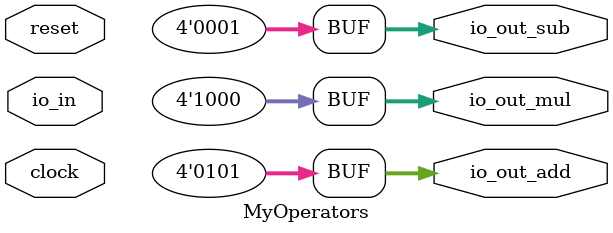
<source format=sv>
module MyOperators(	// src/main/scala/comb_logic_example.scala:27:9
  input        clock,	// src/main/scala/comb_logic_example.scala:27:9
               reset,	// src/main/scala/comb_logic_example.scala:27:9
  input  [3:0] io_in,	// src/main/scala/comb_logic_example.scala:28:16
  output [3:0] io_out_add,	// src/main/scala/comb_logic_example.scala:28:16
               io_out_sub,	// src/main/scala/comb_logic_example.scala:28:16
               io_out_mul	// src/main/scala/comb_logic_example.scala:28:16
);

  assign io_out_add = 4'h5;	// src/main/scala/comb_logic_example.scala:27:9, :35:16
  assign io_out_sub = 4'h1;	// src/main/scala/comb_logic_example.scala:27:9, :36:16
  assign io_out_mul = 4'h8;	// src/main/scala/comb_logic_example.scala:27:9, :37:16
endmodule


// ----- 8< ----- FILE "verification/layers-MyOperators-Verification.sv" ----- 8< -----

// Generated by CIRCT firtool-1.128.0
`ifndef layers_MyOperators_Verification	// src/main/scala/comb_logic_example.scala:27:9
  `define layers_MyOperators_Verification
`endif // not def layers_MyOperators_Verification

// ----- 8< ----- FILE "verification/assert/layers-MyOperators-Verification-Assert.sv" ----- 8< -----

// Generated by CIRCT firtool-1.128.0
`ifndef layers_MyOperators_Verification_Assert	// src/main/scala/comb_logic_example.scala:27:9
  `define layers_MyOperators_Verification_Assert
  `include "layers-MyOperators-Verification.sv"	// src/main/scala/comb_logic_example.scala:27:9
`endif // not def layers_MyOperators_Verification_Assert

// ----- 8< ----- FILE "verification/assume/layers-MyOperators-Verification-Assume.sv" ----- 8< -----

// Generated by CIRCT firtool-1.128.0
`ifndef layers_MyOperators_Verification_Assume	// src/main/scala/comb_logic_example.scala:27:9
  `define layers_MyOperators_Verification_Assume
  `include "layers-MyOperators-Verification.sv"	// src/main/scala/comb_logic_example.scala:27:9
`endif // not def layers_MyOperators_Verification_Assume

// ----- 8< ----- FILE "verification/cover/layers-MyOperators-Verification-Cover.sv" ----- 8< -----

// Generated by CIRCT firtool-1.128.0
`ifndef layers_MyOperators_Verification_Cover	// src/main/scala/comb_logic_example.scala:27:9
  `define layers_MyOperators_Verification_Cover
  `include "layers-MyOperators-Verification.sv"	// src/main/scala/comb_logic_example.scala:27:9
`endif // not def layers_MyOperators_Verification_Cover

</source>
